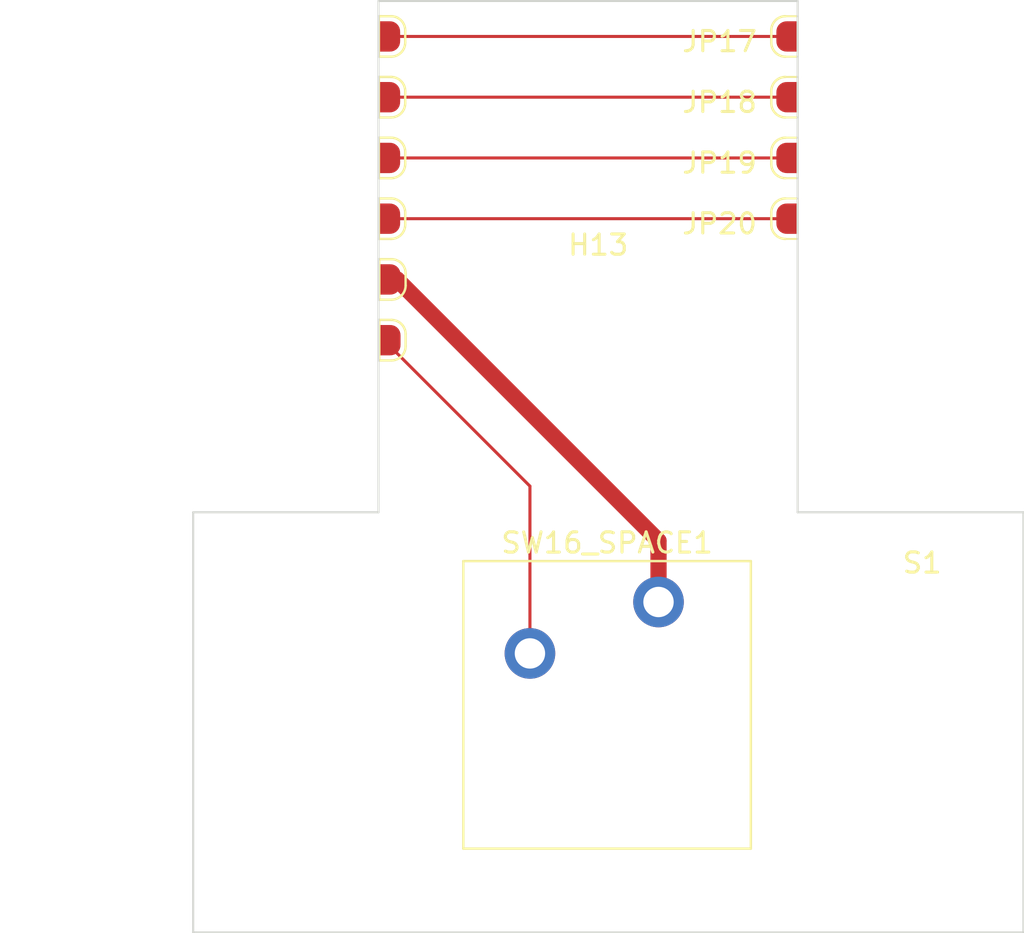
<source format=kicad_pcb>
(kicad_pcb (version 20240108) (generator "pcbnew") (generator_version "8.0")
  (layers (0 "F.Cu" signal) (31 "B.Cu" signal) (34 "B.Paste" user) (35 "F.Paste" user) (36 "B.SilkS" user "B.Silkscreen") (37 "F.SilkS" user "F.Silkscreen") (38 "B.Mask" user) (39 "F.Mask" user) (44 "Edge.Cuts" user))
  (net 0 "")
  (net 1 "GND")
  (net 2 "/Buttons/SPACE")
  (net 3 "Net-(JP10-B)")
  (net 4 "Net-(JP11-B)")
  (net 5 "Net-(JP12-B)")
  (net 6 "Net-(JP13-B)")
  (footprint "PCM_kikit:Board" (layer "F.Cu") (at 128 56.75)
    (property "Reference" "B4")
    (property "Value" "Board")
  )
  (footprint "PCM_Switch_Keyboard_Cherry_MX:SW_Cherry_MX_PCB" (layer "F.Cu") (at 148.44 54.76)
    (property "Reference" "SW16_SPACE1" (at 0 -8 0) (layer "F.SilkS"))
    (property "Value" "SW_Push")
    (fp_line (start -7.1 -7.1) (end -7.1 7.1) (stroke (width 0.12)) (layer "F.SilkS"))
    (fp_line (start -7.1 7.1) (end 7.1 7.1) (stroke (width 0.12)) (layer "F.SilkS"))
    (fp_line (start 7.1 -7.1) (end -7.1 -7.1) (stroke (width 0.12)) (layer "F.SilkS"))
    (fp_line (start 7.1 7.1) (end 7.1 -7.1) (stroke (width 0.12)) (layer "F.SilkS"))
    (pad "" np_thru_hole circle (at -5.08 0) (size 1.75 1.75) (drill 1.75) (layers "*.Cu" "*.Mask"))
    (pad "" np_thru_hole circle (at 0 0) (size 4 4) (drill 4) (layers "*.Cu" "*.Mask"))
    (pad "" np_thru_hole circle (at 5.08 0) (size 1.75 1.75) (drill 1.75) (layers "*.Cu" "*.Mask"))
    (pad "1" thru_hole circle (at -3.81 -2.54) (size 2.5 2.5) (drill 1.5) (layers "*.Cu" "*.Mask") (net 2 "/Buttons/SPACE"))
    (pad "2" thru_hole circle (at 2.54 -5.08) (size 2.5 2.5) (drill 1.5) (layers "*.Cu" "*.Mask") (net 1 "GND"))
  )
  (footprint "Fightstick_Library:EdgeSolderJumper-2_Left_Half" (layer "F.Cu") (at 157.95 24.75)
    (property "Reference" "JP18" (hide yes))
    (property "Value" "SolderJumper_2_Bridged")
    (fp_line (start -1.4 0.3) (end -1.4 -0.3) (stroke (width 0.12)) (layer "F.SilkS"))
    (fp_line (start -0.7 1) (end -0.1 1) (stroke (width 0.1)) (layer "F.SilkS"))
    (fp_line (start -0.1 -1) (end -0.7 -1) (stroke (width 0.1)) (layer "F.SilkS"))
    (fp_line (start -0.1 1) (end -0.1 -1) (stroke (width 0.1)) (layer "F.SilkS"))
    (fp_arc (start -1.4 -0.3) (mid -1.194975 -0.794975) (end -0.7 -1) (stroke (width 0.12)) (layer "F.SilkS"))
    (fp_arc (start -0.7 1) (mid -1.194975 0.794975) (end -1.4 0.3) (stroke (width 0.12)) (layer "F.SilkS"))
    (pad "1" smd custom (at -0.65 0) (size 1 0.5) (layers "F.Cu" "F.Mask") (net 4 "Net-(JP11-B)") (options (clearance outline) (anchor rect)) (primitives (gr_circle (center 0 0.25) (end 0.5 0.25) (width 0) (fill yes)) (gr_circle (center 0 -0.25) (end 0.5 -0.25) (width 0) (fill yes)) (gr_poly (pts (xy 0.5 0.75) (xy 0 0.75) (xy 0 -0.75) (xy 0.5 -0.75)) (width 0) (fill yes))))
  )
  (footprint "Fightstick_Library:EdgeSolderJumper-2_Right_Half" (layer "F.Cu") (at 137.09 33.75)
    (property "Reference" "JP16" (hide yes))
    (property "Value" "SolderJumper_2_Bridged")
    (fp_line (start 0.1 -1) (end 0.7 -1) (stroke (width 0.12)) (layer "F.SilkS"))
    (fp_line (start 0.1 1) (end 0.1 -1) (stroke (width 0.12)) (layer "F.SilkS"))
    (fp_line (start 0.7 1) (end 0.1 1) (stroke (width 0.12)) (layer "F.SilkS"))
    (fp_line (start 1.4 -0.3) (end 1.4 0.3) (stroke (width 0.12)) (layer "F.SilkS"))
    (fp_arc (start 0.7 -1) (mid 1.194975 -0.794975) (end 1.4 -0.3) (stroke (width 0.12)) (layer "F.SilkS"))
    (fp_arc (start 1.4 0.3) (mid 1.194975 0.794975) (end 0.7 1) (stroke (width 0.12)) (layer "F.SilkS"))
    (pad "2" smd custom (at 0.65 0) (size 1 0.5) (layers "F.Cu" "F.Mask") (net 1 "GND") (options (clearance outline) (anchor rect)) (primitives (gr_circle (center 0 0.25) (end 0.5 0.25) (width 0) (fill yes)) (gr_circle (center 0 -0.25) (end 0.5 -0.25) (width 0) (fill yes)) (gr_poly (pts (xy 0 0.75) (xy -0.5 0.75) (xy -0.5 -0.75) (xy 0 -0.75)) (width 0) (fill yes))))
  )
  (footprint "PCM_Mounting_Keyboard_Stabilizer:Stabilizer_Cherry_MX_2.00u" (layer "F.Cu") (at 148.44 54.76)
    (property "Reference" "S1" (at 15.56 -7.01 0) (layer "F.SilkS"))
    (property "Value" "~")
    (pad "" np_thru_hole circle (at -11.938 -6.985) (size 3.048 3.048) (drill 3.048) (layers "*.Cu" "*.Mask"))
    (pad "" np_thru_hole circle (at -11.938 8.225) (size 3.9878 3.9878) (drill 3.9878) (layers "*.Cu" "*.Mask"))
    (pad "" np_thru_hole circle (at 11.938 -6.985) (size 3.048 3.048) (drill 3.048) (layers "*.Cu" "*.Mask"))
    (pad "" np_thru_hole circle (at 11.938 8.225) (size 3.9878 3.9878) (drill 3.9878) (layers "*.Cu" "*.Mask"))
  )
  (footprint "Fightstick_Library:EdgeSolderJumper-2_Left_Half" (layer "F.Cu") (at 157.95 30.75)
    (property "Reference" "JP20" (hide yes))
    (property "Value" "SolderJumper_2_Bridged")
    (fp_line (start -1.4 0.3) (end -1.4 -0.3) (stroke (width 0.12)) (layer "F.SilkS"))
    (fp_line (start -0.7 1) (end -0.1 1) (stroke (width 0.1)) (layer "F.SilkS"))
    (fp_line (start -0.1 -1) (end -0.7 -1) (stroke (width 0.1)) (layer "F.SilkS"))
    (fp_line (start -0.1 1) (end -0.1 -1) (stroke (width 0.1)) (layer "F.SilkS"))
    (fp_arc (start -1.4 -0.3) (mid -1.194975 -0.794975) (end -0.7 -1) (stroke (width 0.12)) (layer "F.SilkS"))
    (fp_arc (start -0.7 1) (mid -1.194975 0.794975) (end -1.4 0.3) (stroke (width 0.12)) (layer "F.SilkS"))
    (pad "1" smd custom (at -0.65 0) (size 1 0.5) (layers "F.Cu" "F.Mask") (net 6 "Net-(JP13-B)") (options (clearance outline) (anchor rect)) (primitives (gr_circle (center 0 0.25) (end 0.5 0.25) (width 0) (fill yes)) (gr_circle (center 0 -0.25) (end 0.5 -0.25) (width 0) (fill yes)) (gr_poly (pts (xy 0.5 0.75) (xy 0 0.75) (xy 0 -0.75) (xy 0.5 -0.75)) (width 0) (fill yes))))
  )
  (footprint "Fightstick_Library:EdgeSolderJumper-2_Right_Half" (layer "F.Cu") (at 137.07 27.75)
    (property "Reference" "JP12" (hide yes))
    (property "Value" "SolderJumper_2_Bridged")
    (fp_line (start 0.1 -1) (end 0.7 -1) (stroke (width 0.12)) (layer "F.SilkS"))
    (fp_line (start 0.1 1) (end 0.1 -1) (stroke (width 0.12)) (layer "F.SilkS"))
    (fp_line (start 0.7 1) (end 0.1 1) (stroke (width 0.12)) (layer "F.SilkS"))
    (fp_line (start 1.4 -0.3) (end 1.4 0.3) (stroke (width 0.12)) (layer "F.SilkS"))
    (fp_arc (start 0.7 -1) (mid 1.194975 -0.794975) (end 1.4 -0.3) (stroke (width 0.12)) (layer "F.SilkS"))
    (fp_arc (start 1.4 0.3) (mid 1.194975 0.794975) (end 0.7 1) (stroke (width 0.12)) (layer "F.SilkS"))
    (pad "2" smd custom (at 0.65 0) (size 1 0.5) (layers "F.Cu" "F.Mask") (net 5 "Net-(JP12-B)") (options (clearance outline) (anchor rect)) (primitives (gr_circle (center 0 0.25) (end 0.5 0.25) (width 0) (fill yes)) (gr_circle (center 0 -0.25) (end 0.5 -0.25) (width 0) (fill yes)) (gr_poly (pts (xy 0 0.75) (xy -0.5 0.75) (xy -0.5 -0.75) (xy 0 -0.75)) (width 0) (fill yes))))
  )
  (footprint "Fightstick_Library:EdgeSolderJumper-2_Right_Half" (layer "F.Cu") (at 137.07 24.75)
    (property "Reference" "JP11" (hide yes))
    (property "Value" "SolderJumper_2_Bridged")
    (fp_line (start 0.1 -1) (end 0.7 -1) (stroke (width 0.12)) (layer "F.SilkS"))
    (fp_line (start 0.1 1) (end 0.1 -1) (stroke (width 0.12)) (layer "F.SilkS"))
    (fp_line (start 0.7 1) (end 0.1 1) (stroke (width 0.12)) (layer "F.SilkS"))
    (fp_line (start 1.4 -0.3) (end 1.4 0.3) (stroke (width 0.12)) (layer "F.SilkS"))
    (fp_arc (start 0.7 -1) (mid 1.194975 -0.794975) (end 1.4 -0.3) (stroke (width 0.12)) (layer "F.SilkS"))
    (fp_arc (start 1.4 0.3) (mid 1.194975 0.794975) (end 0.7 1) (stroke (width 0.12)) (layer "F.SilkS"))
    (pad "2" smd custom (at 0.65 0) (size 1 0.5) (layers "F.Cu" "F.Mask") (net 4 "Net-(JP11-B)") (options (clearance outline) (anchor rect)) (primitives (gr_circle (center 0 0.25) (end 0.5 0.25) (width 0) (fill yes)) (gr_circle (center 0 -0.25) (end 0.5 -0.25) (width 0) (fill yes)) (gr_poly (pts (xy 0 0.75) (xy -0.5 0.75) (xy -0.5 -0.75) (xy 0 -0.75)) (width 0) (fill yes))))
  )
  (footprint "MountingHole:MountingHole_3.2mm_M3" (layer "F.Cu") (at 148 36.25)
    (property "Reference" "H13" (at 0 -4.2 0) (layer "F.SilkS"))
    (property "Value" "MountingHole")
    (pad "" np_thru_hole circle (at 0 0) (size 3.2 3.2) (drill 3.2) (layers "*.Cu" "*.Mask"))
  )
  (footprint "Fightstick_Library:EdgeSolderJumper-2_Right_Half" (layer "F.Cu") (at 137.09 36.75)
    (property "Reference" "JP14" (hide yes))
    (property "Value" "SolderJumper_2_Bridged")
    (fp_line (start 0.1 -1) (end 0.7 -1) (stroke (width 0.12)) (layer "F.SilkS"))
    (fp_line (start 0.1 1) (end 0.1 -1) (stroke (width 0.12)) (layer "F.SilkS"))
    (fp_line (start 0.7 1) (end 0.1 1) (stroke (width 0.12)) (layer "F.SilkS"))
    (fp_line (start 1.4 -0.3) (end 1.4 0.3) (stroke (width 0.12)) (layer "F.SilkS"))
    (fp_arc (start 0.7 -1) (mid 1.194975 -0.794975) (end 1.4 -0.3) (stroke (width 0.12)) (layer "F.SilkS"))
    (fp_arc (start 1.4 0.3) (mid 1.194975 0.794975) (end 0.7 1) (stroke (width 0.12)) (layer "F.SilkS"))
    (pad "2" smd custom (at 0.65 0) (size 1 0.5) (layers "F.Cu" "F.Mask") (net 2 "/Buttons/SPACE") (options (clearance outline) (anchor rect)) (primitives (gr_circle (center 0 0.25) (end 0.5 0.25) (width 0) (fill yes)) (gr_circle (center 0 -0.25) (end 0.5 -0.25) (width 0) (fill yes)) (gr_poly (pts (xy 0 0.75) (xy -0.5 0.75) (xy -0.5 -0.75) (xy 0 -0.75)) (width 0) (fill yes))))
  )
  (footprint "Fightstick_Library:EdgeSolderJumper-2_Right_Half" (layer "F.Cu") (at 137.07 30.75)
    (property "Reference" "JP13" (hide yes))
    (property "Value" "SolderJumper_2_Bridged")
    (fp_line (start 0.1 -1) (end 0.7 -1) (stroke (width 0.12)) (layer "F.SilkS"))
    (fp_line (start 0.1 1) (end 0.1 -1) (stroke (width 0.12)) (layer "F.SilkS"))
    (fp_line (start 0.7 1) (end 0.1 1) (stroke (width 0.12)) (layer "F.SilkS"))
    (fp_line (start 1.4 -0.3) (end 1.4 0.3) (stroke (width 0.12)) (layer "F.SilkS"))
    (fp_arc (start 0.7 -1) (mid 1.194975 -0.794975) (end 1.4 -0.3) (stroke (width 0.12)) (layer "F.SilkS"))
    (fp_arc (start 1.4 0.3) (mid 1.194975 0.794975) (end 0.7 1) (stroke (width 0.12)) (layer "F.SilkS"))
    (pad "2" smd custom (at 0.65 0) (size 1 0.5) (layers "F.Cu" "F.Mask") (net 6 "Net-(JP13-B)") (options (clearance outline) (anchor rect)) (primitives (gr_circle (center 0 0.25) (end 0.5 0.25) (width 0) (fill yes)) (gr_circle (center 0 -0.25) (end 0.5 -0.25) (width 0) (fill yes)) (gr_poly (pts (xy 0 0.75) (xy -0.5 0.75) (xy -0.5 -0.75) (xy 0 -0.75)) (width 0) (fill yes))))
  )
  (footprint "Fightstick_Library:EdgeSolderJumper-2_Left_Half" (layer "F.Cu") (at 157.95 21.75)
    (property "Reference" "JP17" (hide yes))
    (property "Value" "SolderJumper_2_Bridged")
    (fp_line (start -1.4 0.3) (end -1.4 -0.3) (stroke (width 0.12)) (layer "F.SilkS"))
    (fp_line (start -0.7 1) (end -0.1 1) (stroke (width 0.1)) (layer "F.SilkS"))
    (fp_line (start -0.1 -1) (end -0.7 -1) (stroke (width 0.1)) (layer "F.SilkS"))
    (fp_line (start -0.1 1) (end -0.1 -1) (stroke (width 0.1)) (layer "F.SilkS"))
    (fp_arc (start -1.4 -0.3) (mid -1.194975 -0.794975) (end -0.7 -1) (stroke (width 0.12)) (layer "F.SilkS"))
    (fp_arc (start -0.7 1) (mid -1.194975 0.794975) (end -1.4 0.3) (stroke (width 0.12)) (layer "F.SilkS"))
    (pad "1" smd custom (at -0.65 0) (size 1 0.5) (layers "F.Cu" "F.Mask") (net 3 "Net-(JP10-B)") (options (clearance outline) (anchor rect)) (primitives (gr_circle (center 0 0.25) (end 0.5 0.25) (width 0) (fill yes)) (gr_circle (center 0 -0.25) (end 0.5 -0.25) (width 0) (fill yes)) (gr_poly (pts (xy 0.5 0.75) (xy 0 0.75) (xy 0 -0.75) (xy 0.5 -0.75)) (width 0) (fill yes))))
  )
  (footprint "Fightstick_Library:EdgeSolderJumper-2_Right_Half" (layer "F.Cu") (at 137.07 21.75)
    (property "Reference" "JP10" (hide yes))
    (property "Value" "SolderJumper_2_Bridged")
    (fp_line (start 0.1 -1) (end 0.7 -1) (stroke (width 0.12)) (layer "F.SilkS"))
    (fp_line (start 0.1 1) (end 0.1 -1) (stroke (width 0.12)) (layer "F.SilkS"))
    (fp_line (start 0.7 1) (end 0.1 1) (stroke (width 0.12)) (layer "F.SilkS"))
    (fp_line (start 1.4 -0.3) (end 1.4 0.3) (stroke (width 0.12)) (layer "F.SilkS"))
    (fp_arc (start 0.7 -1) (mid 1.194975 -0.794975) (end 1.4 -0.3) (stroke (width 0.12)) (layer "F.SilkS"))
    (fp_arc (start 1.4 0.3) (mid 1.194975 0.794975) (end 0.7 1) (stroke (width 0.12)) (layer "F.SilkS"))
    (pad "2" smd custom (at 0.65 0) (size 1 0.5) (layers "F.Cu" "F.Mask") (net 3 "Net-(JP10-B)") (options (clearance outline) (anchor rect)) (primitives (gr_circle (center 0 0.25) (end 0.5 0.25) (width 0) (fill yes)) (gr_circle (center 0 -0.25) (end 0.5 -0.25) (width 0) (fill yes)) (gr_poly (pts (xy 0 0.75) (xy -0.5 0.75) (xy -0.5 -0.75) (xy 0 -0.75)) (width 0) (fill yes))))
  )
  (footprint "Fightstick_Library:EdgeSolderJumper-2_Left_Half" (layer "F.Cu") (at 157.95 27.75)
    (property "Reference" "JP19" (hide yes))
    (property "Value" "SolderJumper_2_Bridged")
    (fp_line (start -1.4 0.3) (end -1.4 -0.3) (stroke (width 0.12)) (layer "F.SilkS"))
    (fp_line (start -0.7 1) (end -0.1 1) (stroke (width 0.1)) (layer "F.SilkS"))
    (fp_line (start -0.1 -1) (end -0.7 -1) (stroke (width 0.1)) (layer "F.SilkS"))
    (fp_line (start -0.1 1) (end -0.1 -1) (stroke (width 0.1)) (layer "F.SilkS"))
    (fp_arc (start -1.4 -0.3) (mid -1.194975 -0.794975) (end -0.7 -1) (stroke (width 0.12)) (layer "F.SilkS"))
    (fp_arc (start -0.7 1) (mid -1.194975 0.794975) (end -1.4 0.3) (stroke (width 0.12)) (layer "F.SilkS"))
    (pad "1" smd custom (at -0.65 0) (size 1 0.5) (layers "F.Cu" "F.Mask") (net 5 "Net-(JP12-B)") (options (clearance outline) (anchor rect)) (primitives (gr_circle (center 0 0.25) (end 0.5 0.25) (width 0) (fill yes)) (gr_circle (center 0 -0.25) (end 0.5 -0.25) (width 0) (fill yes)) (gr_poly (pts (xy 0.5 0.75) (xy 0 0.75) (xy 0 -0.75) (xy 0.5 -0.75)) (width 0) (fill yes))))
  )
  (gr_line (start 157.85 20) (end 157.85 45.25) (stroke (width 0.1)) (layer "Edge.Cuts"))
  (gr_line (start 169 66) (end 128 66) (stroke (width 0.1)) (layer "Edge.Cuts"))
  (gr_line (start 169 45.25) (end 169 66) (stroke (width 0.1)) (layer "Edge.Cuts"))
  (gr_line (start 137.15 45.25) (end 137.15 20) (stroke (width 0.1)) (layer "Edge.Cuts"))
  (gr_line (start 128 45.25) (end 137.15 45.25) (stroke (width 0.1)) (layer "Edge.Cuts"))
  (gr_line (start 157.85 45.25) (end 169 45.25) (stroke (width 0.1)) (layer "Edge.Cuts"))
  (gr_line (start 137.15 20) (end 157.85 20) (stroke (width 0.1)) (layer "Edge.Cuts"))
  (gr_line (start 128 66) (end 128 45.25) (stroke (width 0.1)) (layer "Edge.Cuts"))
  (gr_text "JP18" (at 154 25 0) (layer "F.SilkS") (effects (font (size 1 1))))
  (gr_text "JP20" (at 154 31 0) (layer "F.SilkS") (effects (font (size 1 1))))
  (gr_text "JP17" (at 154 22 0) (layer "F.SilkS") (effects (font (size 1 1))))
  (gr_text "JP19" (at 154 28 0) (layer "F.SilkS") (effects (font (size 1 1))))
  (segment (start 137.67 33.75) (end 138.07 33.75) (width 0.8) (layer "F.Cu") (net 1))
  (segment (start 150.98 46.66) (end 150.98 49.68) (width 0.8) (layer "F.Cu") (net 1))
  (segment (start 138.07 33.75) (end 150.98 46.66) (width 0.8) (layer "F.Cu") (net 1))
  (segment (start 144.63 43.96) (end 137.67 37) (width 0.15) (layer "F.Cu") (net 2))
  (segment (start 144.63 52.22) (end 144.63 43.96) (width 0.15) (layer "F.Cu") (net 2))
  (segment (start 137.67 37) (end 137.67 36.75) (width 0.15) (layer "F.Cu") (net 2))
  (segment (start 157.3 21.75) (end 137.65 21.75) (width 0.15) (layer "F.Cu") (net 3))
  (segment (start 137.65 24.75) (end 157.3 24.75) (width 0.15) (layer "F.Cu") (net 4))
  (segment (start 157.3 27.75) (end 137.65 27.75) (width 0.15) (layer "F.Cu") (net 5))
  (segment (start 137.65 30.75) (end 157.3 30.75) (width 0.15) (layer "F.Cu") (net 6))
)
</source>
